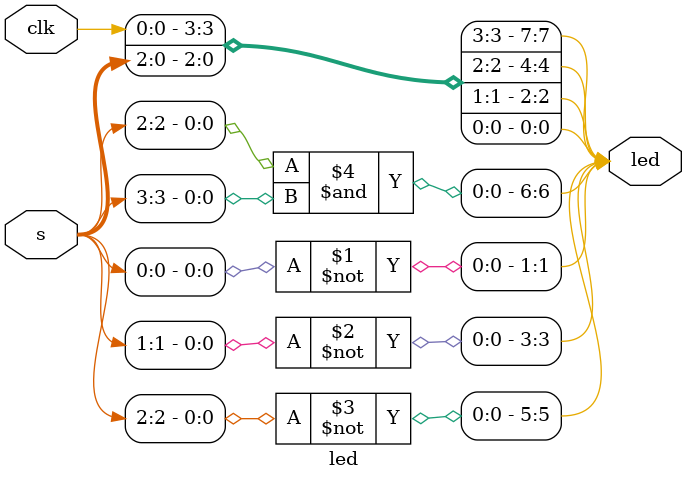
<source format=v>
`timescale 1ns / 1ps 
module led(clk, s, led); 
    input clk;
    input [3:0] s;
    output [7:0] led;

assign led[0] = s[0]; 
assign led[1] = ~s[0];
assign led[2] = s[1];
assign led[3] = ~s[1];
assign led[4] = s[2];
assign led[5] = ~s[2];
assign led[6] = s[2] & s[3];
assign led[7] = clk;

endmodule

</source>
